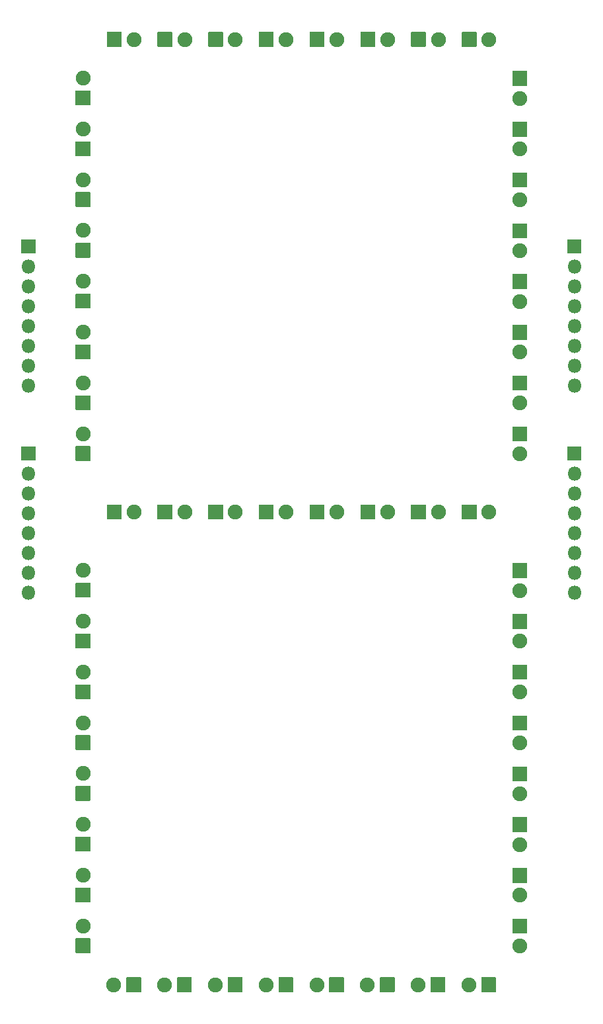
<source format=gbr>
%TF.GenerationSoftware,KiCad,Pcbnew,5.1.7-a382d34a8~87~ubuntu20.04.1*%
%TF.CreationDate,2020-10-21T09:53:46+02:00*%
%TF.ProjectId,7segment_part,37736567-6d65-46e7-945f-706172742e6b,rev?*%
%TF.SameCoordinates,Original*%
%TF.FileFunction,Soldermask,Bot*%
%TF.FilePolarity,Negative*%
%FSLAX46Y46*%
G04 Gerber Fmt 4.6, Leading zero omitted, Abs format (unit mm)*
G04 Created by KiCad (PCBNEW 5.1.7-a382d34a8~87~ubuntu20.04.1) date 2020-10-21 09:53:46*
%MOMM*%
%LPD*%
G01*
G04 APERTURE LIST*
%ADD10C,1.900000*%
%ADD11O,1.800000X1.800000*%
G04 APERTURE END LIST*
D10*
%TO.C,De1*%
X89500000Y-145960000D03*
G36*
G01*
X90400000Y-149450000D02*
X88600000Y-149450000D01*
G75*
G02*
X88550000Y-149400000I0J50000D01*
G01*
X88550000Y-147600000D01*
G75*
G02*
X88600000Y-147550000I50000J0D01*
G01*
X90400000Y-147550000D01*
G75*
G02*
X90450000Y-147600000I0J-50000D01*
G01*
X90450000Y-149400000D01*
G75*
G02*
X90400000Y-149450000I-50000J0D01*
G01*
G37*
%TD*%
%TO.C,Dg2*%
X132460000Y-153500000D03*
G36*
G01*
X135950000Y-152600000D02*
X135950000Y-154400000D01*
G75*
G02*
X135900000Y-154450000I-50000J0D01*
G01*
X134100000Y-154450000D01*
G75*
G02*
X134050000Y-154400000I0J50000D01*
G01*
X134050000Y-152600000D01*
G75*
G02*
X134100000Y-152550000I50000J0D01*
G01*
X135900000Y-152550000D01*
G75*
G02*
X135950000Y-152600000I0J-50000D01*
G01*
G37*
%TD*%
%TO.C,De6*%
X89500000Y-113460000D03*
G36*
G01*
X90400000Y-116950000D02*
X88600000Y-116950000D01*
G75*
G02*
X88550000Y-116900000I0J50000D01*
G01*
X88550000Y-115100000D01*
G75*
G02*
X88600000Y-115050000I50000J0D01*
G01*
X90400000Y-115050000D01*
G75*
G02*
X90450000Y-115100000I0J-50000D01*
G01*
X90450000Y-116900000D01*
G75*
G02*
X90400000Y-116950000I-50000J0D01*
G01*
G37*
%TD*%
%TO.C,Da5*%
X122040000Y-32500000D03*
G36*
G01*
X118550000Y-33400000D02*
X118550000Y-31600000D01*
G75*
G02*
X118600000Y-31550000I50000J0D01*
G01*
X120400000Y-31550000D01*
G75*
G02*
X120450000Y-31600000I0J-50000D01*
G01*
X120450000Y-33400000D01*
G75*
G02*
X120400000Y-33450000I-50000J0D01*
G01*
X118600000Y-33450000D01*
G75*
G02*
X118550000Y-33400000I0J50000D01*
G01*
G37*
%TD*%
%TO.C,Da1*%
G36*
G01*
X92550000Y-33400000D02*
X92550000Y-31600000D01*
G75*
G02*
X92600000Y-31550000I50000J0D01*
G01*
X94400000Y-31550000D01*
G75*
G02*
X94450000Y-31600000I0J-50000D01*
G01*
X94450000Y-33400000D01*
G75*
G02*
X94400000Y-33450000I-50000J0D01*
G01*
X92600000Y-33450000D01*
G75*
G02*
X92550000Y-33400000I0J50000D01*
G01*
G37*
X96040000Y-32500000D03*
%TD*%
%TO.C,Da2*%
G36*
G01*
X99050000Y-33400000D02*
X99050000Y-31600000D01*
G75*
G02*
X99100000Y-31550000I50000J0D01*
G01*
X100900000Y-31550000D01*
G75*
G02*
X100950000Y-31600000I0J-50000D01*
G01*
X100950000Y-33400000D01*
G75*
G02*
X100900000Y-33450000I-50000J0D01*
G01*
X99100000Y-33450000D01*
G75*
G02*
X99050000Y-33400000I0J50000D01*
G01*
G37*
X102540000Y-32500000D03*
%TD*%
%TO.C,Da3*%
X109040000Y-32500000D03*
G36*
G01*
X105550000Y-33400000D02*
X105550000Y-31600000D01*
G75*
G02*
X105600000Y-31550000I50000J0D01*
G01*
X107400000Y-31550000D01*
G75*
G02*
X107450000Y-31600000I0J-50000D01*
G01*
X107450000Y-33400000D01*
G75*
G02*
X107400000Y-33450000I-50000J0D01*
G01*
X105600000Y-33450000D01*
G75*
G02*
X105550000Y-33400000I0J50000D01*
G01*
G37*
%TD*%
%TO.C,Da4*%
G36*
G01*
X112050000Y-33400000D02*
X112050000Y-31600000D01*
G75*
G02*
X112100000Y-31550000I50000J0D01*
G01*
X113900000Y-31550000D01*
G75*
G02*
X113950000Y-31600000I0J-50000D01*
G01*
X113950000Y-33400000D01*
G75*
G02*
X113900000Y-33450000I-50000J0D01*
G01*
X112100000Y-33450000D01*
G75*
G02*
X112050000Y-33400000I0J50000D01*
G01*
G37*
X115540000Y-32500000D03*
%TD*%
%TO.C,Da6*%
G36*
G01*
X125050000Y-33400000D02*
X125050000Y-31600000D01*
G75*
G02*
X125100000Y-31550000I50000J0D01*
G01*
X126900000Y-31550000D01*
G75*
G02*
X126950000Y-31600000I0J-50000D01*
G01*
X126950000Y-33400000D01*
G75*
G02*
X126900000Y-33450000I-50000J0D01*
G01*
X125100000Y-33450000D01*
G75*
G02*
X125050000Y-33400000I0J50000D01*
G01*
G37*
X128540000Y-32500000D03*
%TD*%
%TO.C,Da7*%
X135040000Y-32500000D03*
G36*
G01*
X131550000Y-33400000D02*
X131550000Y-31600000D01*
G75*
G02*
X131600000Y-31550000I50000J0D01*
G01*
X133400000Y-31550000D01*
G75*
G02*
X133450000Y-31600000I0J-50000D01*
G01*
X133450000Y-33400000D01*
G75*
G02*
X133400000Y-33450000I-50000J0D01*
G01*
X131600000Y-33450000D01*
G75*
G02*
X131550000Y-33400000I0J50000D01*
G01*
G37*
%TD*%
%TO.C,Da8*%
G36*
G01*
X138050000Y-33400000D02*
X138050000Y-31600000D01*
G75*
G02*
X138100000Y-31550000I50000J0D01*
G01*
X139900000Y-31550000D01*
G75*
G02*
X139950000Y-31600000I0J-50000D01*
G01*
X139950000Y-33400000D01*
G75*
G02*
X139900000Y-33450000I-50000J0D01*
G01*
X138100000Y-33450000D01*
G75*
G02*
X138050000Y-33400000I0J50000D01*
G01*
G37*
X141540000Y-32500000D03*
%TD*%
%TO.C,Db1*%
X89500000Y-82960000D03*
G36*
G01*
X90400000Y-86450000D02*
X88600000Y-86450000D01*
G75*
G02*
X88550000Y-86400000I0J50000D01*
G01*
X88550000Y-84600000D01*
G75*
G02*
X88600000Y-84550000I50000J0D01*
G01*
X90400000Y-84550000D01*
G75*
G02*
X90450000Y-84600000I0J-50000D01*
G01*
X90450000Y-86400000D01*
G75*
G02*
X90400000Y-86450000I-50000J0D01*
G01*
G37*
%TD*%
%TO.C,Db2*%
G36*
G01*
X90400000Y-79950000D02*
X88600000Y-79950000D01*
G75*
G02*
X88550000Y-79900000I0J50000D01*
G01*
X88550000Y-78100000D01*
G75*
G02*
X88600000Y-78050000I50000J0D01*
G01*
X90400000Y-78050000D01*
G75*
G02*
X90450000Y-78100000I0J-50000D01*
G01*
X90450000Y-79900000D01*
G75*
G02*
X90400000Y-79950000I-50000J0D01*
G01*
G37*
X89500000Y-76460000D03*
%TD*%
%TO.C,Db3*%
X89500000Y-69960000D03*
G36*
G01*
X90400000Y-73450000D02*
X88600000Y-73450000D01*
G75*
G02*
X88550000Y-73400000I0J50000D01*
G01*
X88550000Y-71600000D01*
G75*
G02*
X88600000Y-71550000I50000J0D01*
G01*
X90400000Y-71550000D01*
G75*
G02*
X90450000Y-71600000I0J-50000D01*
G01*
X90450000Y-73400000D01*
G75*
G02*
X90400000Y-73450000I-50000J0D01*
G01*
G37*
%TD*%
%TO.C,Db4*%
G36*
G01*
X90400000Y-66950000D02*
X88600000Y-66950000D01*
G75*
G02*
X88550000Y-66900000I0J50000D01*
G01*
X88550000Y-65100000D01*
G75*
G02*
X88600000Y-65050000I50000J0D01*
G01*
X90400000Y-65050000D01*
G75*
G02*
X90450000Y-65100000I0J-50000D01*
G01*
X90450000Y-66900000D01*
G75*
G02*
X90400000Y-66950000I-50000J0D01*
G01*
G37*
X89500000Y-63460000D03*
%TD*%
%TO.C,Db5*%
X89500000Y-56960000D03*
G36*
G01*
X90400000Y-60450000D02*
X88600000Y-60450000D01*
G75*
G02*
X88550000Y-60400000I0J50000D01*
G01*
X88550000Y-58600000D01*
G75*
G02*
X88600000Y-58550000I50000J0D01*
G01*
X90400000Y-58550000D01*
G75*
G02*
X90450000Y-58600000I0J-50000D01*
G01*
X90450000Y-60400000D01*
G75*
G02*
X90400000Y-60450000I-50000J0D01*
G01*
G37*
%TD*%
%TO.C,Db6*%
G36*
G01*
X90400000Y-53950000D02*
X88600000Y-53950000D01*
G75*
G02*
X88550000Y-53900000I0J50000D01*
G01*
X88550000Y-52100000D01*
G75*
G02*
X88600000Y-52050000I50000J0D01*
G01*
X90400000Y-52050000D01*
G75*
G02*
X90450000Y-52100000I0J-50000D01*
G01*
X90450000Y-53900000D01*
G75*
G02*
X90400000Y-53950000I-50000J0D01*
G01*
G37*
X89500000Y-50460000D03*
%TD*%
%TO.C,Db7*%
X89500000Y-43960000D03*
G36*
G01*
X90400000Y-47450000D02*
X88600000Y-47450000D01*
G75*
G02*
X88550000Y-47400000I0J50000D01*
G01*
X88550000Y-45600000D01*
G75*
G02*
X88600000Y-45550000I50000J0D01*
G01*
X90400000Y-45550000D01*
G75*
G02*
X90450000Y-45600000I0J-50000D01*
G01*
X90450000Y-47400000D01*
G75*
G02*
X90400000Y-47450000I-50000J0D01*
G01*
G37*
%TD*%
%TO.C,Db8*%
G36*
G01*
X90400000Y-40950000D02*
X88600000Y-40950000D01*
G75*
G02*
X88550000Y-40900000I0J50000D01*
G01*
X88550000Y-39100000D01*
G75*
G02*
X88600000Y-39050000I50000J0D01*
G01*
X90400000Y-39050000D01*
G75*
G02*
X90450000Y-39100000I0J-50000D01*
G01*
X90450000Y-40900000D01*
G75*
G02*
X90400000Y-40950000I-50000J0D01*
G01*
G37*
X89500000Y-37460000D03*
%TD*%
%TO.C,Dc1*%
G36*
G01*
X144600000Y-36550000D02*
X146400000Y-36550000D01*
G75*
G02*
X146450000Y-36600000I0J-50000D01*
G01*
X146450000Y-38400000D01*
G75*
G02*
X146400000Y-38450000I-50000J0D01*
G01*
X144600000Y-38450000D01*
G75*
G02*
X144550000Y-38400000I0J50000D01*
G01*
X144550000Y-36600000D01*
G75*
G02*
X144600000Y-36550000I50000J0D01*
G01*
G37*
X145500000Y-40040000D03*
%TD*%
%TO.C,Dc2*%
X145500000Y-46540000D03*
G36*
G01*
X144600000Y-43050000D02*
X146400000Y-43050000D01*
G75*
G02*
X146450000Y-43100000I0J-50000D01*
G01*
X146450000Y-44900000D01*
G75*
G02*
X146400000Y-44950000I-50000J0D01*
G01*
X144600000Y-44950000D01*
G75*
G02*
X144550000Y-44900000I0J50000D01*
G01*
X144550000Y-43100000D01*
G75*
G02*
X144600000Y-43050000I50000J0D01*
G01*
G37*
%TD*%
%TO.C,Dc3*%
X145500000Y-53040000D03*
G36*
G01*
X144600000Y-49550000D02*
X146400000Y-49550000D01*
G75*
G02*
X146450000Y-49600000I0J-50000D01*
G01*
X146450000Y-51400000D01*
G75*
G02*
X146400000Y-51450000I-50000J0D01*
G01*
X144600000Y-51450000D01*
G75*
G02*
X144550000Y-51400000I0J50000D01*
G01*
X144550000Y-49600000D01*
G75*
G02*
X144600000Y-49550000I50000J0D01*
G01*
G37*
%TD*%
%TO.C,Dc4*%
G36*
G01*
X144600000Y-56050000D02*
X146400000Y-56050000D01*
G75*
G02*
X146450000Y-56100000I0J-50000D01*
G01*
X146450000Y-57900000D01*
G75*
G02*
X146400000Y-57950000I-50000J0D01*
G01*
X144600000Y-57950000D01*
G75*
G02*
X144550000Y-57900000I0J50000D01*
G01*
X144550000Y-56100000D01*
G75*
G02*
X144600000Y-56050000I50000J0D01*
G01*
G37*
X145500000Y-59540000D03*
%TD*%
%TO.C,Dc5*%
X145500000Y-66040000D03*
G36*
G01*
X144600000Y-62550000D02*
X146400000Y-62550000D01*
G75*
G02*
X146450000Y-62600000I0J-50000D01*
G01*
X146450000Y-64400000D01*
G75*
G02*
X146400000Y-64450000I-50000J0D01*
G01*
X144600000Y-64450000D01*
G75*
G02*
X144550000Y-64400000I0J50000D01*
G01*
X144550000Y-62600000D01*
G75*
G02*
X144600000Y-62550000I50000J0D01*
G01*
G37*
%TD*%
%TO.C,Dc6*%
G36*
G01*
X144600000Y-69050000D02*
X146400000Y-69050000D01*
G75*
G02*
X146450000Y-69100000I0J-50000D01*
G01*
X146450000Y-70900000D01*
G75*
G02*
X146400000Y-70950000I-50000J0D01*
G01*
X144600000Y-70950000D01*
G75*
G02*
X144550000Y-70900000I0J50000D01*
G01*
X144550000Y-69100000D01*
G75*
G02*
X144600000Y-69050000I50000J0D01*
G01*
G37*
X145500000Y-72540000D03*
%TD*%
%TO.C,Dc7*%
X145500000Y-79040000D03*
G36*
G01*
X144600000Y-75550000D02*
X146400000Y-75550000D01*
G75*
G02*
X146450000Y-75600000I0J-50000D01*
G01*
X146450000Y-77400000D01*
G75*
G02*
X146400000Y-77450000I-50000J0D01*
G01*
X144600000Y-77450000D01*
G75*
G02*
X144550000Y-77400000I0J50000D01*
G01*
X144550000Y-75600000D01*
G75*
G02*
X144600000Y-75550000I50000J0D01*
G01*
G37*
%TD*%
%TO.C,Dc8*%
X145500000Y-85540000D03*
G36*
G01*
X144600000Y-82050000D02*
X146400000Y-82050000D01*
G75*
G02*
X146450000Y-82100000I0J-50000D01*
G01*
X146450000Y-83900000D01*
G75*
G02*
X146400000Y-83950000I-50000J0D01*
G01*
X144600000Y-83950000D01*
G75*
G02*
X144550000Y-83900000I0J50000D01*
G01*
X144550000Y-82100000D01*
G75*
G02*
X144600000Y-82050000I50000J0D01*
G01*
G37*
%TD*%
%TO.C,Dd1*%
G36*
G01*
X92550000Y-93900000D02*
X92550000Y-92100000D01*
G75*
G02*
X92600000Y-92050000I50000J0D01*
G01*
X94400000Y-92050000D01*
G75*
G02*
X94450000Y-92100000I0J-50000D01*
G01*
X94450000Y-93900000D01*
G75*
G02*
X94400000Y-93950000I-50000J0D01*
G01*
X92600000Y-93950000D01*
G75*
G02*
X92550000Y-93900000I0J50000D01*
G01*
G37*
X96040000Y-93000000D03*
%TD*%
%TO.C,Dd2*%
X102540000Y-93000000D03*
G36*
G01*
X99050000Y-93900000D02*
X99050000Y-92100000D01*
G75*
G02*
X99100000Y-92050000I50000J0D01*
G01*
X100900000Y-92050000D01*
G75*
G02*
X100950000Y-92100000I0J-50000D01*
G01*
X100950000Y-93900000D01*
G75*
G02*
X100900000Y-93950000I-50000J0D01*
G01*
X99100000Y-93950000D01*
G75*
G02*
X99050000Y-93900000I0J50000D01*
G01*
G37*
%TD*%
%TO.C,Dd3*%
G36*
G01*
X105550000Y-93900000D02*
X105550000Y-92100000D01*
G75*
G02*
X105600000Y-92050000I50000J0D01*
G01*
X107400000Y-92050000D01*
G75*
G02*
X107450000Y-92100000I0J-50000D01*
G01*
X107450000Y-93900000D01*
G75*
G02*
X107400000Y-93950000I-50000J0D01*
G01*
X105600000Y-93950000D01*
G75*
G02*
X105550000Y-93900000I0J50000D01*
G01*
G37*
X109040000Y-93000000D03*
%TD*%
%TO.C,Dd4*%
X115540000Y-93000000D03*
G36*
G01*
X112050000Y-93900000D02*
X112050000Y-92100000D01*
G75*
G02*
X112100000Y-92050000I50000J0D01*
G01*
X113900000Y-92050000D01*
G75*
G02*
X113950000Y-92100000I0J-50000D01*
G01*
X113950000Y-93900000D01*
G75*
G02*
X113900000Y-93950000I-50000J0D01*
G01*
X112100000Y-93950000D01*
G75*
G02*
X112050000Y-93900000I0J50000D01*
G01*
G37*
%TD*%
%TO.C,Dd5*%
G36*
G01*
X118550000Y-93900000D02*
X118550000Y-92100000D01*
G75*
G02*
X118600000Y-92050000I50000J0D01*
G01*
X120400000Y-92050000D01*
G75*
G02*
X120450000Y-92100000I0J-50000D01*
G01*
X120450000Y-93900000D01*
G75*
G02*
X120400000Y-93950000I-50000J0D01*
G01*
X118600000Y-93950000D01*
G75*
G02*
X118550000Y-93900000I0J50000D01*
G01*
G37*
X122040000Y-93000000D03*
%TD*%
%TO.C,Dd6*%
X128540000Y-93000000D03*
G36*
G01*
X125050000Y-93900000D02*
X125050000Y-92100000D01*
G75*
G02*
X125100000Y-92050000I50000J0D01*
G01*
X126900000Y-92050000D01*
G75*
G02*
X126950000Y-92100000I0J-50000D01*
G01*
X126950000Y-93900000D01*
G75*
G02*
X126900000Y-93950000I-50000J0D01*
G01*
X125100000Y-93950000D01*
G75*
G02*
X125050000Y-93900000I0J50000D01*
G01*
G37*
%TD*%
%TO.C,Dd7*%
G36*
G01*
X131550000Y-93900000D02*
X131550000Y-92100000D01*
G75*
G02*
X131600000Y-92050000I50000J0D01*
G01*
X133400000Y-92050000D01*
G75*
G02*
X133450000Y-92100000I0J-50000D01*
G01*
X133450000Y-93900000D01*
G75*
G02*
X133400000Y-93950000I-50000J0D01*
G01*
X131600000Y-93950000D01*
G75*
G02*
X131550000Y-93900000I0J50000D01*
G01*
G37*
X135040000Y-93000000D03*
%TD*%
%TO.C,Dd8*%
X141540000Y-93000000D03*
G36*
G01*
X138050000Y-93900000D02*
X138050000Y-92100000D01*
G75*
G02*
X138100000Y-92050000I50000J0D01*
G01*
X139900000Y-92050000D01*
G75*
G02*
X139950000Y-92100000I0J-50000D01*
G01*
X139950000Y-93900000D01*
G75*
G02*
X139900000Y-93950000I-50000J0D01*
G01*
X138100000Y-93950000D01*
G75*
G02*
X138050000Y-93900000I0J50000D01*
G01*
G37*
%TD*%
%TO.C,De2*%
X89500000Y-139460000D03*
G36*
G01*
X90400000Y-142950000D02*
X88600000Y-142950000D01*
G75*
G02*
X88550000Y-142900000I0J50000D01*
G01*
X88550000Y-141100000D01*
G75*
G02*
X88600000Y-141050000I50000J0D01*
G01*
X90400000Y-141050000D01*
G75*
G02*
X90450000Y-141100000I0J-50000D01*
G01*
X90450000Y-142900000D01*
G75*
G02*
X90400000Y-142950000I-50000J0D01*
G01*
G37*
%TD*%
%TO.C,De3*%
G36*
G01*
X90400000Y-136450000D02*
X88600000Y-136450000D01*
G75*
G02*
X88550000Y-136400000I0J50000D01*
G01*
X88550000Y-134600000D01*
G75*
G02*
X88600000Y-134550000I50000J0D01*
G01*
X90400000Y-134550000D01*
G75*
G02*
X90450000Y-134600000I0J-50000D01*
G01*
X90450000Y-136400000D01*
G75*
G02*
X90400000Y-136450000I-50000J0D01*
G01*
G37*
X89500000Y-132960000D03*
%TD*%
%TO.C,De4*%
X89500000Y-126460000D03*
G36*
G01*
X90400000Y-129950000D02*
X88600000Y-129950000D01*
G75*
G02*
X88550000Y-129900000I0J50000D01*
G01*
X88550000Y-128100000D01*
G75*
G02*
X88600000Y-128050000I50000J0D01*
G01*
X90400000Y-128050000D01*
G75*
G02*
X90450000Y-128100000I0J-50000D01*
G01*
X90450000Y-129900000D01*
G75*
G02*
X90400000Y-129950000I-50000J0D01*
G01*
G37*
%TD*%
%TO.C,De5*%
G36*
G01*
X90400000Y-123450000D02*
X88600000Y-123450000D01*
G75*
G02*
X88550000Y-123400000I0J50000D01*
G01*
X88550000Y-121600000D01*
G75*
G02*
X88600000Y-121550000I50000J0D01*
G01*
X90400000Y-121550000D01*
G75*
G02*
X90450000Y-121600000I0J-50000D01*
G01*
X90450000Y-123400000D01*
G75*
G02*
X90400000Y-123450000I-50000J0D01*
G01*
G37*
X89500000Y-119960000D03*
%TD*%
%TO.C,De7*%
G36*
G01*
X90400000Y-110450000D02*
X88600000Y-110450000D01*
G75*
G02*
X88550000Y-110400000I0J50000D01*
G01*
X88550000Y-108600000D01*
G75*
G02*
X88600000Y-108550000I50000J0D01*
G01*
X90400000Y-108550000D01*
G75*
G02*
X90450000Y-108600000I0J-50000D01*
G01*
X90450000Y-110400000D01*
G75*
G02*
X90400000Y-110450000I-50000J0D01*
G01*
G37*
X89500000Y-106960000D03*
%TD*%
%TO.C,De8*%
X89500000Y-100460000D03*
G36*
G01*
X90400000Y-103950000D02*
X88600000Y-103950000D01*
G75*
G02*
X88550000Y-103900000I0J50000D01*
G01*
X88550000Y-102100000D01*
G75*
G02*
X88600000Y-102050000I50000J0D01*
G01*
X90400000Y-102050000D01*
G75*
G02*
X90450000Y-102100000I0J-50000D01*
G01*
X90450000Y-103900000D01*
G75*
G02*
X90400000Y-103950000I-50000J0D01*
G01*
G37*
%TD*%
%TO.C,Df1*%
G36*
G01*
X144600000Y-99550000D02*
X146400000Y-99550000D01*
G75*
G02*
X146450000Y-99600000I0J-50000D01*
G01*
X146450000Y-101400000D01*
G75*
G02*
X146400000Y-101450000I-50000J0D01*
G01*
X144600000Y-101450000D01*
G75*
G02*
X144550000Y-101400000I0J50000D01*
G01*
X144550000Y-99600000D01*
G75*
G02*
X144600000Y-99550000I50000J0D01*
G01*
G37*
X145500000Y-103040000D03*
%TD*%
%TO.C,Df2*%
X145500000Y-109540000D03*
G36*
G01*
X144600000Y-106050000D02*
X146400000Y-106050000D01*
G75*
G02*
X146450000Y-106100000I0J-50000D01*
G01*
X146450000Y-107900000D01*
G75*
G02*
X146400000Y-107950000I-50000J0D01*
G01*
X144600000Y-107950000D01*
G75*
G02*
X144550000Y-107900000I0J50000D01*
G01*
X144550000Y-106100000D01*
G75*
G02*
X144600000Y-106050000I50000J0D01*
G01*
G37*
%TD*%
%TO.C,Df3*%
G36*
G01*
X144600000Y-112550000D02*
X146400000Y-112550000D01*
G75*
G02*
X146450000Y-112600000I0J-50000D01*
G01*
X146450000Y-114400000D01*
G75*
G02*
X146400000Y-114450000I-50000J0D01*
G01*
X144600000Y-114450000D01*
G75*
G02*
X144550000Y-114400000I0J50000D01*
G01*
X144550000Y-112600000D01*
G75*
G02*
X144600000Y-112550000I50000J0D01*
G01*
G37*
X145500000Y-116040000D03*
%TD*%
%TO.C,Df4*%
X145500000Y-122540000D03*
G36*
G01*
X144600000Y-119050000D02*
X146400000Y-119050000D01*
G75*
G02*
X146450000Y-119100000I0J-50000D01*
G01*
X146450000Y-120900000D01*
G75*
G02*
X146400000Y-120950000I-50000J0D01*
G01*
X144600000Y-120950000D01*
G75*
G02*
X144550000Y-120900000I0J50000D01*
G01*
X144550000Y-119100000D01*
G75*
G02*
X144600000Y-119050000I50000J0D01*
G01*
G37*
%TD*%
%TO.C,Df5*%
G36*
G01*
X144600000Y-125550000D02*
X146400000Y-125550000D01*
G75*
G02*
X146450000Y-125600000I0J-50000D01*
G01*
X146450000Y-127400000D01*
G75*
G02*
X146400000Y-127450000I-50000J0D01*
G01*
X144600000Y-127450000D01*
G75*
G02*
X144550000Y-127400000I0J50000D01*
G01*
X144550000Y-125600000D01*
G75*
G02*
X144600000Y-125550000I50000J0D01*
G01*
G37*
X145500000Y-129040000D03*
%TD*%
%TO.C,Df6*%
X145500000Y-135540000D03*
G36*
G01*
X144600000Y-132050000D02*
X146400000Y-132050000D01*
G75*
G02*
X146450000Y-132100000I0J-50000D01*
G01*
X146450000Y-133900000D01*
G75*
G02*
X146400000Y-133950000I-50000J0D01*
G01*
X144600000Y-133950000D01*
G75*
G02*
X144550000Y-133900000I0J50000D01*
G01*
X144550000Y-132100000D01*
G75*
G02*
X144600000Y-132050000I50000J0D01*
G01*
G37*
%TD*%
%TO.C,Df7*%
G36*
G01*
X144600000Y-138550000D02*
X146400000Y-138550000D01*
G75*
G02*
X146450000Y-138600000I0J-50000D01*
G01*
X146450000Y-140400000D01*
G75*
G02*
X146400000Y-140450000I-50000J0D01*
G01*
X144600000Y-140450000D01*
G75*
G02*
X144550000Y-140400000I0J50000D01*
G01*
X144550000Y-138600000D01*
G75*
G02*
X144600000Y-138550000I50000J0D01*
G01*
G37*
X145500000Y-142040000D03*
%TD*%
%TO.C,Df8*%
X145500000Y-148540000D03*
G36*
G01*
X144600000Y-145050000D02*
X146400000Y-145050000D01*
G75*
G02*
X146450000Y-145100000I0J-50000D01*
G01*
X146450000Y-146900000D01*
G75*
G02*
X146400000Y-146950000I-50000J0D01*
G01*
X144600000Y-146950000D01*
G75*
G02*
X144550000Y-146900000I0J50000D01*
G01*
X144550000Y-145100000D01*
G75*
G02*
X144600000Y-145050000I50000J0D01*
G01*
G37*
%TD*%
%TO.C,Dg1*%
G36*
G01*
X142450000Y-152600000D02*
X142450000Y-154400000D01*
G75*
G02*
X142400000Y-154450000I-50000J0D01*
G01*
X140600000Y-154450000D01*
G75*
G02*
X140550000Y-154400000I0J50000D01*
G01*
X140550000Y-152600000D01*
G75*
G02*
X140600000Y-152550000I50000J0D01*
G01*
X142400000Y-152550000D01*
G75*
G02*
X142450000Y-152600000I0J-50000D01*
G01*
G37*
X138960000Y-153500000D03*
%TD*%
%TO.C,Dg3*%
G36*
G01*
X129450000Y-152600000D02*
X129450000Y-154400000D01*
G75*
G02*
X129400000Y-154450000I-50000J0D01*
G01*
X127600000Y-154450000D01*
G75*
G02*
X127550000Y-154400000I0J50000D01*
G01*
X127550000Y-152600000D01*
G75*
G02*
X127600000Y-152550000I50000J0D01*
G01*
X129400000Y-152550000D01*
G75*
G02*
X129450000Y-152600000I0J-50000D01*
G01*
G37*
X125960000Y-153500000D03*
%TD*%
%TO.C,Dg4*%
X119460000Y-153500000D03*
G36*
G01*
X122950000Y-152600000D02*
X122950000Y-154400000D01*
G75*
G02*
X122900000Y-154450000I-50000J0D01*
G01*
X121100000Y-154450000D01*
G75*
G02*
X121050000Y-154400000I0J50000D01*
G01*
X121050000Y-152600000D01*
G75*
G02*
X121100000Y-152550000I50000J0D01*
G01*
X122900000Y-152550000D01*
G75*
G02*
X122950000Y-152600000I0J-50000D01*
G01*
G37*
%TD*%
%TO.C,Dg5*%
G36*
G01*
X116450000Y-152600000D02*
X116450000Y-154400000D01*
G75*
G02*
X116400000Y-154450000I-50000J0D01*
G01*
X114600000Y-154450000D01*
G75*
G02*
X114550000Y-154400000I0J50000D01*
G01*
X114550000Y-152600000D01*
G75*
G02*
X114600000Y-152550000I50000J0D01*
G01*
X116400000Y-152550000D01*
G75*
G02*
X116450000Y-152600000I0J-50000D01*
G01*
G37*
X112960000Y-153500000D03*
%TD*%
%TO.C,Dg6*%
G36*
G01*
X109950000Y-152600000D02*
X109950000Y-154400000D01*
G75*
G02*
X109900000Y-154450000I-50000J0D01*
G01*
X108100000Y-154450000D01*
G75*
G02*
X108050000Y-154400000I0J50000D01*
G01*
X108050000Y-152600000D01*
G75*
G02*
X108100000Y-152550000I50000J0D01*
G01*
X109900000Y-152550000D01*
G75*
G02*
X109950000Y-152600000I0J-50000D01*
G01*
G37*
X106460000Y-153500000D03*
%TD*%
%TO.C,Dg7*%
G36*
G01*
X103450000Y-152600000D02*
X103450000Y-154400000D01*
G75*
G02*
X103400000Y-154450000I-50000J0D01*
G01*
X101600000Y-154450000D01*
G75*
G02*
X101550000Y-154400000I0J50000D01*
G01*
X101550000Y-152600000D01*
G75*
G02*
X101600000Y-152550000I50000J0D01*
G01*
X103400000Y-152550000D01*
G75*
G02*
X103450000Y-152600000I0J-50000D01*
G01*
G37*
X99960000Y-153500000D03*
%TD*%
%TO.C,Dg8*%
X93460000Y-153500000D03*
G36*
G01*
X96950000Y-152600000D02*
X96950000Y-154400000D01*
G75*
G02*
X96900000Y-154450000I-50000J0D01*
G01*
X95100000Y-154450000D01*
G75*
G02*
X95050000Y-154400000I0J50000D01*
G01*
X95050000Y-152600000D01*
G75*
G02*
X95100000Y-152550000I50000J0D01*
G01*
X96900000Y-152550000D01*
G75*
G02*
X96950000Y-152600000I0J-50000D01*
G01*
G37*
%TD*%
D11*
%TO.C,J1*%
X152500000Y-76780000D03*
X152500000Y-74240000D03*
X152500000Y-71700000D03*
X152500000Y-69160000D03*
X152500000Y-66620000D03*
X152500000Y-64080000D03*
X152500000Y-61540000D03*
G36*
G01*
X151600000Y-59850000D02*
X151600000Y-58150000D01*
G75*
G02*
X151650000Y-58100000I50000J0D01*
G01*
X153350000Y-58100000D01*
G75*
G02*
X153400000Y-58150000I0J-50000D01*
G01*
X153400000Y-59850000D01*
G75*
G02*
X153350000Y-59900000I-50000J0D01*
G01*
X151650000Y-59900000D01*
G75*
G02*
X151600000Y-59850000I0J50000D01*
G01*
G37*
%TD*%
%TO.C,J2*%
G36*
G01*
X81600000Y-59850000D02*
X81600000Y-58150000D01*
G75*
G02*
X81650000Y-58100000I50000J0D01*
G01*
X83350000Y-58100000D01*
G75*
G02*
X83400000Y-58150000I0J-50000D01*
G01*
X83400000Y-59850000D01*
G75*
G02*
X83350000Y-59900000I-50000J0D01*
G01*
X81650000Y-59900000D01*
G75*
G02*
X81600000Y-59850000I0J50000D01*
G01*
G37*
X82500000Y-61540000D03*
X82500000Y-64080000D03*
X82500000Y-66620000D03*
X82500000Y-69160000D03*
X82500000Y-71700000D03*
X82500000Y-74240000D03*
X82500000Y-76780000D03*
%TD*%
%TO.C,J3*%
G36*
G01*
X151600000Y-86350000D02*
X151600000Y-84650000D01*
G75*
G02*
X151650000Y-84600000I50000J0D01*
G01*
X153350000Y-84600000D01*
G75*
G02*
X153400000Y-84650000I0J-50000D01*
G01*
X153400000Y-86350000D01*
G75*
G02*
X153350000Y-86400000I-50000J0D01*
G01*
X151650000Y-86400000D01*
G75*
G02*
X151600000Y-86350000I0J50000D01*
G01*
G37*
X152500000Y-88040000D03*
X152500000Y-90580000D03*
X152500000Y-93120000D03*
X152500000Y-95660000D03*
X152500000Y-98200000D03*
X152500000Y-100740000D03*
X152500000Y-103280000D03*
%TD*%
%TO.C,J4*%
X82500000Y-103280000D03*
X82500000Y-100740000D03*
X82500000Y-98200000D03*
X82500000Y-95660000D03*
X82500000Y-93120000D03*
X82500000Y-90580000D03*
X82500000Y-88040000D03*
G36*
G01*
X81600000Y-86350000D02*
X81600000Y-84650000D01*
G75*
G02*
X81650000Y-84600000I50000J0D01*
G01*
X83350000Y-84600000D01*
G75*
G02*
X83400000Y-84650000I0J-50000D01*
G01*
X83400000Y-86350000D01*
G75*
G02*
X83350000Y-86400000I-50000J0D01*
G01*
X81650000Y-86400000D01*
G75*
G02*
X81600000Y-86350000I0J50000D01*
G01*
G37*
%TD*%
M02*

</source>
